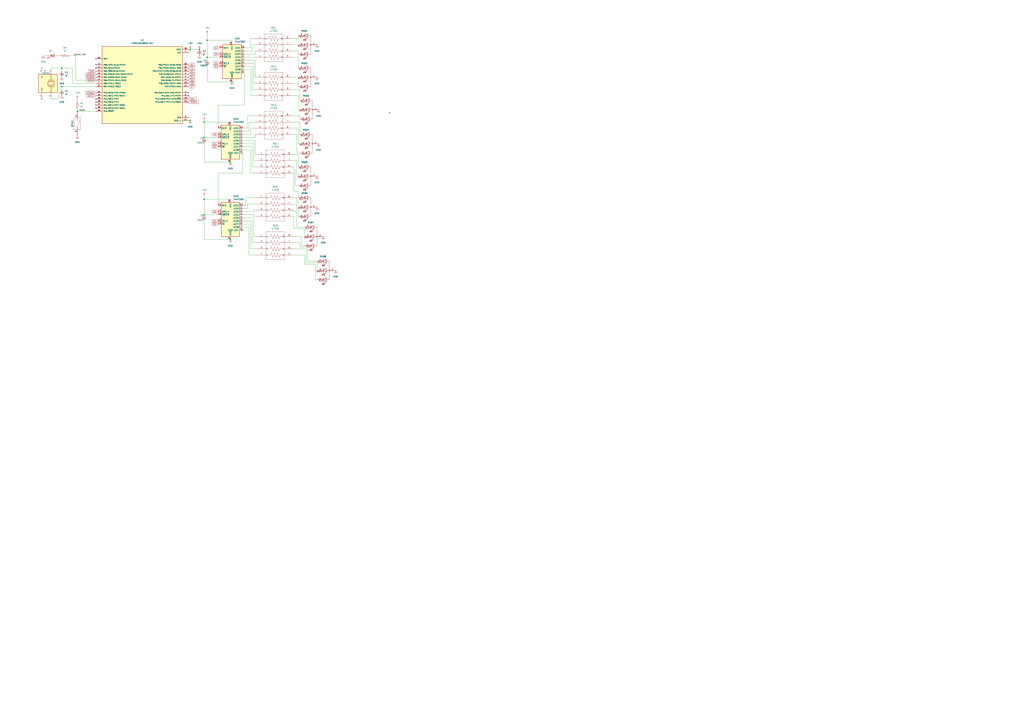
<source format=kicad_sch>
(kicad_sch (version 20250114) (generator "eeschema") (generator_version "9.0")
  (paper "A1")
  (lib_symbols
    (symbol "jdeto:74hc595"
      (property "Reference" "ICO" (at -7.62 13.97 0))
      (property "Value" "74HC595" (at 5.588 13.97 0))
      (symbol "74hc595_1_0"
        (pin input line (at -10.16 10.16 0) (length 2.54) (name "SER") (number "14"))
        (pin input line (at -10.16 5.08 0) (length 2.54) (name "SRCLK") (number "11"))
        (pin input line (at -10.16 2.54 0) (length 2.54) (name "~{SRCLR}") (number "10"))
        (pin input line (at -10.16 -2.54 0) (length 2.54) (name "RCLK") (number "12"))
        (pin input line (at -10.16 -5.08 0) (length 2.54) (name "~{OE}") (number "13"))
        (pin power_in line (at 0 15.24 270) (length 2.54) (name "VCC") (number "16"))
        (pin power_in line (at 0 -17.78 90) (length 2.54) (name "GND") (number "8"))
        (pin tri_state line (at 10.16 10.16 180) (length 2.54) (name "LED1") (number "15"))
        (pin tri_state line (at 10.16 7.62 180) (length 2.54) (name "LED2") (number "1"))
        (pin tri_state line (at 10.16 5.08 180) (length 2.54) (name "LED3") (number "2"))
        (pin tri_state line (at 10.16 2.54 180) (length 2.54) (name "LED4") (number "3"))
        (pin tri_state line (at 10.16 0 180) (length 2.54) (name "LED5") (number "4"))
        (pin tri_state line (at 10.16 -2.54 180) (length 2.54) (name "LED6") (number "5"))
        (pin tri_state line (at 10.16 -5.08 180) (length 2.54) (name "LED7") (number "6"))
        (pin tri_state line (at 10.16 -7.62 180) (length 2.54) (name "LED8") (number "7"))
        (pin output line (at 10.16 -10.16 180) (length 2.54) (name "SER-OUT") (number "9"))
      )
      (symbol "74hc595_1_1"
        (rectangle (start -7.62 12.7) (end 7.62 -15.24) (stroke (width 0.254)) (fill (type background)))
      )
    )
    (symbol "jdeto:ATMEGA328PB-MU" (pin_names (offset 1.016))
      (property "Reference" "U" (at -33.0809 31.1724 0))
      (property "Value" "ATMEGA328PB-MU" (at -33.034 -35.574 0))
      (symbol "ATMEGA328PB-MU_0_0"
        (rectangle (start -33.02 -33.02) (end 33.02 30.48) (stroke (width 0.254)) (fill (type background)))
        (pin input line (at -38.1 20.32 0) (length 5.08) (name "AREF") (number "20"))
        (pin bidirectional line (at -38.1 15.24 0) (length 5.08) (name "PB0/ICP1/CLKO/PTCXY") (number "12"))
        (pin bidirectional line (at -38.1 12.7 0) (length 5.08) (name "PB1/OC1A/PTCXY") (number "13"))
        (pin bidirectional line (at -38.1 10.16 0) (length 5.08) (name "PB2/~{SS0}/OC1B/PTCXY") (number "14"))
        (pin bidirectional line (at -38.1 7.62 0) (length 5.08) (name "PB3/MOSI0/TXD1/OC2A/PTCXY") (number "15"))
        (pin bidirectional line (at -38.1 5.08 0) (length 5.08) (name "PB4/MISO0/RXD1/PTCXY") (number "16"))
        (pin bidirectional line (at -38.1 2.54 0) (length 5.08) (name "PB5/PTCXY/XCK1/SCK0") (number "17"))
        (pin bidirectional line (at -38.1 0 0) (length 5.08) (name "PB6/XTAL1/TOSC1") (number "7"))
        (pin bidirectional line (at -38.1 -2.54 0) (length 5.08) (name "PB7/XTAL2/TOSC2") (number "8"))
        (pin bidirectional line (at -38.1 -7.62 0) (length 5.08) (name "PC0/ADC0/PTCY/MISO1") (number "23"))
        (pin bidirectional line (at -38.1 -10.16 0) (length 5.08) (name "PC1/ADC1/PTCY/SCK1") (number "24"))
        (pin bidirectional line (at -38.1 -12.7 0) (length 5.08) (name "PC2/ADC2/PTCY") (number "25"))
        (pin bidirectional line (at -38.1 -15.24 0) (length 5.08) (name "PC3/ADC3/PTCY") (number "26"))
        (pin bidirectional line (at -38.1 -17.78 0) (length 5.08) (name "PC4/ADC4/PTCY/SDA0") (number "27"))
        (pin bidirectional line (at -38.1 -20.32 0) (length 5.08) (name "PC5/ADC5/PTCY/SCL0") (number "28"))
        (pin bidirectional line (at -38.1 -22.86 0) (length 5.08) (name "PC6/~{RESET}") (number "29"))
        (pin power_in line (at 38.1 27.94 180) (length 5.08) (name "AVCC") (number "18"))
        (pin power_in line (at 38.1 25.4 180) (length 5.08) (name "VCC") (number "4"))
        (pin bidirectional line (at 38.1 15.24 180) (length 5.08) (name "PD0/PTCXY/OC3A/RXD0") (number "30"))
        (pin bidirectional line (at 38.1 12.7 180) (length 5.08) (name "PD1/PTCXY/OC4A/TXD0") (number "31"))
        (pin bidirectional line (at 38.1 10.16 180) (length 5.08) (name "PD2/PTCXY/INT0/OC3B/OC4B") (number "32"))
        (pin bidirectional line (at 38.1 7.62 180) (length 5.08) (name "PD3/OC2B/INT1/PTCXY") (number "1"))
        (pin bidirectional line (at 38.1 5.08 180) (length 5.08) (name "PD4/XCK0/T0/PTCXY") (number "2"))
        (pin bidirectional line (at 38.1 2.54 180) (length 5.08) (name "PD5/OC0B/T1/PTCXY") (number "9"))
        (pin bidirectional line (at 38.1 0 180) (length 5.08) (name "PD6/OC0A/PTCXY/AIN0") (number "10"))
        (pin bidirectional line (at 38.1 -2.54 180) (length 5.08) (name "PD7/PTCXY/AIN1") (number "11"))
        (pin bidirectional line (at 38.1 -7.62 180) (length 5.08) (name "PE0/SDA1/ICP4/ACO/PTCXY") (number "3"))
        (pin bidirectional line (at 38.1 -10.16 180) (length 5.08) (name "PE1/SCL1/T4/PTCXY") (number "6"))
        (pin bidirectional line (at 38.1 -12.7 180) (length 5.08) (name "PE2/ADC6/PTCY/ICP3/~{SS1}") (number "19"))
        (pin bidirectional line (at 38.1 -15.24 180) (length 5.08) (name "PE3/ADC7/PTCY/T3/MOSI1") (number "22"))
        (pin power_in line (at 38.1 -27.94 180) (length 5.08) (name "GND") (number "5"))
        (pin power_in line (at 38.1 -30.48 180) (length 5.08) (name "GND__1") (number "21"))
      )
    )
    (symbol "jdeto:BTN_R-667995" (pin_names (offset 0.254))
      (property "Reference" "BTN" (at -3.302 3.81 0))
      (symbol "BTN_R-667995_0_1"
        (polyline (pts (xy -5.08 2.54) (xy -5.08 -2.54)) (stroke (width 0.127)))
        (polyline (pts (xy -5.08 -2.54) (xy 5.08 -2.54)) (stroke (width 0.127)))
        (polyline (pts (xy 2.54 0) (xy -2.54 1.905)) (stroke (width 0.127)))
        (polyline (pts (xy 5.08 2.54) (xy -5.08 2.54)) (stroke (width 0.127)))
        (polyline (pts (xy 5.08 -2.54) (xy 5.08 2.54)) (stroke (width 0.127)))
      )
      (symbol "BTN_R-667995_1_1"
        (pin bidirectional line (at -10.16 0 0) (length 7.62) (name "") (number "1"))
        (pin bidirectional line (at 10.16 0 180) (length 7.62) (name "") (number "2"))
      )
    )
    (symbol "jdeto:CX2016DB16000D0WZRC1" (pin_names (offset 1.016))
      (property "Reference" "Y" (at -7.62 8.255 0))
      (property "Value" "16mhz" (at -7.62 -10.16 0))
      (symbol "CX2016DB16000D0WZRC1_0_0"
        (polyline (pts (xy -7.62 2.54) (xy -2.54 2.54)) (stroke (width 0.254)))
        (rectangle (start -7.62 -7.62) (end 7.62 7.62) (stroke (width 0.254)) (fill (type background)))
        (polyline (pts (xy -2.54 5.08) (xy -2.54 0)) (stroke (width 0.254)))
        (polyline (pts (xy -1.397 5.08) (xy -1.397 0)) (stroke (width 0.254)))
        (polyline (pts (xy -1.397 5.08) (xy 1.397 5.08)) (stroke (width 0.254)))
        (polyline (pts (xy 1.397 5.08) (xy 1.397 0)) (stroke (width 0.254)))
        (polyline (pts (xy 1.397 0) (xy -1.397 0)) (stroke (width 0.254)))
        (polyline (pts (xy 2.54 5.08) (xy 2.54 0)) (stroke (width 0.254)))
        (polyline (pts (xy 2.54 2.54) (xy 7.62 2.54)) (stroke (width 0.254)))
        (pin passive line (at -12.7 2.54 0) (length 5.08) (name "~") (number "1"))
        (pin no_connect line (at -12.7 -5.08 0) (length 5.08) (name "NC") (number "4"))
        (pin passive line (at 12.7 2.54 180) (length 5.08) (name "~") (number "3"))
        (pin power_in line (at 12.7 -5.08 180) (length 5.08) (name "GND") (number "2"))
      )
    )
    (symbol "jdeto:C_ceram" (pin_numbers (hide yes)) (pin_names (offset 0.254) (hide yes))
      (property "Reference" "C" (at 0.254 1.778 0))
      (property "Value" "nf" (at 0.254 -2.032 0))
      (symbol "C_ceram_0_1"
        (polyline (pts (xy -1.524 0.508) (xy 1.524 0.508)) (stroke (width 0.3048)))
        (polyline (pts (xy -1.524 -0.508) (xy 1.524 -0.508)) (stroke (width 0.3302)))
      )
      (symbol "C_ceram_1_1"
        (pin passive line (at 0 2.54 270) (length 2.032) (name "~") (number "1"))
        (pin passive line (at 0 -2.54 90) (length 2.032) (name "~") (number "2"))
      )
    )
    (symbol "jdeto:C_elec" (pin_numbers (hide yes)) (pin_names (offset 0.254) (hide yes))
      (property "Reference" "C" (at 0.254 1.778 0))
      (property "Value" "pf" (at 0.254 -2.032 0))
      (symbol "C_elec_0_1"
        (polyline (pts (xy -1.524 0.508) (xy 1.524 0.508)) (stroke (width 0.3048)))
        (arc (start -1.524 -0.762) (mid 0 -0.3734) (end 1.524 -0.762) (stroke (width 0.3048)))
      )
      (symbol "C_elec_1_1"
        (pin passive line (at 0 2.54 270) (length 2.032) (name "~") (number "1"))
        (pin passive line (at 0 -2.54 90) (length 2.032) (name "~") (number "2"))
      )
    )
    (symbol "jdeto:EXB28V472JX" (pin_names (offset 0.254))
      (property "Reference" "RA" (at 15.24 8.89 0))
      (property "Value" "470Ω" (at 15.24 6.35 0))
      (symbol "EXB28V472JX_0_1"
        (polyline (pts (xy 7.62 3.81) (xy 7.62 -19.05)) (stroke (width 0.127)))
        (polyline (pts (xy 7.62 -19.05) (xy 22.86 -19.05)) (stroke (width 0.127)))
        (polyline (pts (xy 11.43 0) (xy 7.62 0)) (stroke (width 0.127)))
        (polyline (pts (xy 11.43 0) (xy 12.065 1.905)) (stroke (width 0.127)))
        (polyline (pts (xy 11.43 -5.08) (xy 7.62 -5.08)) (stroke (width 0.127)))
        (polyline (pts (xy 11.43 -5.08) (xy 12.065 -3.175)) (stroke (width 0.127)))
        (polyline (pts (xy 11.43 -10.16) (xy 7.62 -10.16)) (stroke (width 0.127)))
        (polyline (pts (xy 11.43 -10.16) (xy 12.065 -8.255)) (stroke (width 0.127)))
        (polyline (pts (xy 11.43 -15.24) (xy 7.62 -15.24)) (stroke (width 0.127)))
        (polyline (pts (xy 11.43 -15.24) (xy 12.065 -13.335)) (stroke (width 0.127)))
        (polyline (pts (xy 12.065 1.905) (xy 13.335 -1.905)) (stroke (width 0.127)))
        (polyline (pts (xy 12.065 -3.175) (xy 13.335 -6.985)) (stroke (width 0.127)))
        (polyline (pts (xy 12.065 -8.255) (xy 13.335 -12.065)) (stroke (width 0.127)))
        (polyline (pts (xy 12.065 -13.335) (xy 13.335 -17.145)) (stroke (width 0.127)))
        (polyline (pts (xy 13.335 -1.905) (xy 14.605 1.905)) (stroke (width 0.127)))
        (polyline (pts (xy 13.335 -6.985) (xy 14.605 -3.175)) (stroke (width 0.127)))
        (polyline (pts (xy 13.335 -12.065) (xy 14.605 -8.255)) (stroke (width 0.127)))
        (polyline (pts (xy 13.335 -17.145) (xy 14.605 -13.335)) (stroke (width 0.127)))
        (polyline (pts (xy 14.605 1.905) (xy 15.875 -1.905)) (stroke (width 0.127)))
        (polyline (pts (xy 14.605 -3.175) (xy 15.875 -6.985)) (stroke (width 0.127)))
        (polyline (pts (xy 14.605 -8.255) (xy 15.875 -12.065)) (stroke (width 0.127)))
        (polyline (pts (xy 14.605 -13.335) (xy 15.875 -17.145)) (stroke (width 0.127)))
        (polyline (pts (xy 15.875 -1.905) (xy 17.145 1.905)) (stroke (width 0.127)))
        (polyline (pts (xy 15.875 -6.985) (xy 17.145 -3.175)) (stroke (width 0.127)))
        (polyline (pts (xy 15.875 -12.065) (xy 17.145 -8.255)) (stroke (width 0.127)))
        (polyline (pts (xy 15.875 -17.145) (xy 17.145 -13.335)) (stroke (width 0.127)))
        (polyline (pts (xy 17.145 1.905) (xy 18.415 -1.905)) (stroke (width 0.127)))
        (polyline (pts (xy 17.145 -3.175) (xy 18.415 -6.985)) (stroke (width 0.127)))
        (polyline (pts (xy 17.145 -8.255) (xy 18.415 -12.065)) (stroke (width 0.127)))
        (polyline (pts (xy 17.145 -13.335) (xy 18.415 -17.145)) (stroke (width 0.127)))
        (polyline (pts (xy 18.415 -1.905) (xy 19.05 0)) (stroke (width 0.127)))
        (polyline (pts (xy 18.415 -6.985) (xy 19.05 -5.08)) (stroke (width 0.127)))
        (polyline (pts (xy 18.415 -12.065) (xy 19.05 -10.16)) (stroke (width 0.127)))
        (polyline (pts (xy 18.415 -17.145) (xy 19.05 -15.24)) (stroke (width 0.127)))
        (polyline (pts (xy 19.05 0) (xy 22.86 0)) (stroke (width 0.127)))
        (polyline (pts (xy 19.05 -5.08) (xy 22.86 -5.08)) (stroke (width 0.127)))
        (polyline (pts (xy 19.05 -10.16) (xy 22.86 -10.16)) (stroke (width 0.127)))
        (polyline (pts (xy 19.05 -15.24) (xy 22.86 -15.24)) (stroke (width 0.127)))
        (polyline (pts (xy 22.86 3.81) (xy 7.62 3.81)) (stroke (width 0.127)))
        (polyline (pts (xy 22.86 -19.05) (xy 22.86 3.81)) (stroke (width 0.127)))
        (pin unspecified line (at 0 0 0) (length 7.62) (name "1") (number "1"))
        (pin unspecified line (at 0 -5.08 0) (length 7.62) (name "2") (number "2"))
        (pin unspecified line (at 0 -10.16 0) (length 7.62) (name "3") (number "3"))
        (pin unspecified line (at 0 -15.24 0) (length 7.62) (name "4") (number "4"))
        (pin unspecified line (at 30.48 0 180) (length 7.62) (name "8") (number "8"))
        (pin unspecified line (at 30.48 -5.08 180) (length 7.62) (name "7") (number "7"))
        (pin unspecified line (at 30.48 -10.16 180) (length 7.62) (name "6") (number "6"))
        (pin unspecified line (at 30.48 -15.24 180) (length 7.62) (name "5") (number "5"))
      )
    )
    (symbol "jdeto:R_US" (pin_numbers (hide yes)) (pin_names (offset 0))
      (property "Reference" "R" (at 2.54 0 90))
      (property "Value" "Ω" (at -2.54 0 90))
      (symbol "R_US_0_1"
        (polyline (pts (xy 0 2.286) (xy 0 2.54)))
        (polyline (pts (xy 0 2.286) (xy 1.016 1.905) (xy 0 1.524) (xy -1.016 1.143) (xy 0 0.762)))
        (polyline (pts (xy 0 0.762) (xy 1.016 0.381) (xy 0 0) (xy -1.016 -0.381) (xy 0 -0.762)))
        (polyline (pts (xy 0 -0.762) (xy 1.016 -1.143) (xy 0 -1.524) (xy -1.016 -1.905) (xy 0 -2.286)))
        (polyline (pts (xy 0 -2.286) (xy 0 -2.54)))
      )
      (symbol "R_US_1_1"
        (pin passive line (at 0 3.81 270) (length 1.27) (name "~") (number "1"))
        (pin passive line (at 0 -3.81 90) (length 1.27) (name "~") (number "2"))
      )
    )
    (symbol "jdeto:led_rgb_2x2" (pin_names (offset 1.016))
      (property "Reference" "RGB" (at -8.382 1.778 0))
      (symbol "led_rgb_2x2_0_0"
        (polyline (pts (xy -2.54 7.62) (xy -2.54 -7.62)) (stroke (width 0.1524)))
        (circle (center -2.54 0) (radius 0.2032) (stroke (width 0.4064)))
        (polyline (pts (xy 0 9.144) (xy 0 7.62)) (stroke (width 0.254)))
        (polyline (pts (xy 0 7.62) (xy -2.54 7.62)) (stroke (width 0.1524)))
        (polyline (pts (xy 0 7.62) (xy 0 6.096)) (stroke (width 0.254)))
        (polyline (pts (xy 0 6.096) (xy 2.54 7.62)) (stroke (width 0.254)))
        (polyline (pts (xy 0 1.524) (xy 0 0)) (stroke (width 0.254)))
        (polyline (pts (xy 0 0) (xy -2.54 0)) (stroke (width 0.1524)))
        (polyline (pts (xy 0 0) (xy 0 -1.524)) (stroke (width 0.254)))
        (polyline (pts (xy 0 -1.524) (xy 2.54 0)) (stroke (width 0.254)))
        (polyline (pts (xy 0 -6.096) (xy 0 -7.62)) (stroke (width 0.254)))
        (polyline (pts (xy 0 -7.62) (xy -2.54 -7.62)) (stroke (width 0.1524)))
        (polyline (pts (xy 0 -7.62) (xy 0 -9.144)) (stroke (width 0.254)))
        (polyline (pts (xy 0 -9.144) (xy 2.54 -7.62)) (stroke (width 0.254)))
        (polyline (pts (xy 1.397 11.303) (xy 1.9685 10.795) (xy 2.3495 11.811) (xy 1.397 11.303)) (stroke (width 0.1524)) (fill (type outline)))
        (polyline (pts (xy 1.397 3.683) (xy 1.9685 3.175) (xy 2.3495 4.191) (xy 1.397 3.683)) (stroke (width 0.1524)) (fill (type outline)))
        (polyline (pts (xy 1.397 -3.937) (xy 1.9685 -4.445) (xy 2.3495 -3.429) (xy 1.397 -3.937)) (stroke (width 0.1524)) (fill (type outline)))
        (polyline (pts (xy 2.1844 11.6586) (xy 0.4064 9.6266)) (stroke (width 0.254)))
        (polyline (pts (xy 2.1844 4.0386) (xy 0.4064 2.0066)) (stroke (width 0.254)))
        (polyline (pts (xy 2.1844 -3.5814) (xy 0.4064 -5.6134)) (stroke (width 0.254)))
        (polyline (pts (xy 2.54 9.144) (xy 2.54 7.62)) (stroke (width 0.254)))
        (polyline (pts (xy 2.54 7.62) (xy 0 9.144)) (stroke (width 0.254)))
        (polyline (pts (xy 2.54 7.62) (xy 2.54 6.096)) (stroke (width 0.254)))
        (polyline (pts (xy 2.54 1.524) (xy 2.54 0)) (stroke (width 0.254)))
        (polyline (pts (xy 2.54 0) (xy 0 1.524)) (stroke (width 0.254)))
        (polyline (pts (xy 2.54 0) (xy 2.54 -1.524)) (stroke (width 0.254)))
        (polyline (pts (xy 2.54 -6.096) (xy 2.54 -7.62)) (stroke (width 0.254)))
        (polyline (pts (xy 2.54 -7.62) (xy 0 -6.096)) (stroke (width 0.254)))
        (polyline (pts (xy 2.54 -7.62) (xy 2.54 -9.144)) (stroke (width 0.254)))
        (polyline (pts (xy 2.667 11.2395) (xy 3.2385 10.7315) (xy 3.6195 11.811) (xy 2.667 11.2395)) (stroke (width 0.1524)) (fill (type outline)))
        (polyline (pts (xy 2.667 3.6195) (xy 3.2385 3.1115) (xy 3.6195 4.191) (xy 2.667 3.6195)) (stroke (width 0.1524)) (fill (type outline)))
        (polyline (pts (xy 2.667 -4.0005) (xy 3.2385 -4.5085) (xy 3.6195 -3.429) (xy 2.667 -4.0005)) (stroke (width 0.1524)) (fill (type outline)))
        (polyline (pts (xy 3.429 11.557) (xy 1.651 9.525)) (stroke (width 0.254)))
        (polyline (pts (xy 3.429 3.937) (xy 1.651 1.905)) (stroke (width 0.254)))
        (polyline (pts (xy 3.429 -3.683) (xy 1.651 -5.715)) (stroke (width 0.254)))
        (text "RED" (at 3.048 9.144 0) (effects (font (size 1.016 1.016)) (justify left bottom)))
        (text "GREEN" (at 3.048 1.524 0) (effects (font (size 1.016 1.016)) (justify left bottom)))
        (text "BLUE" (at 3.048 -6.096 0) (effects (font (size 1.016 1.016)) (justify left bottom)))
        (pin passive line (at -7.62 0 0) (length 5.08) (name "~") (number "1"))
        (pin passive line (at 7.62 7.62 180) (length 5.08) (name "~") (number "4"))
        (pin passive line (at 7.62 0 180) (length 5.08) (name "~") (number "3"))
        (pin passive line (at 7.62 -7.62 180) (length 5.08) (name "~") (number "2"))
      )
    )
    (symbol "jdeto:led_small" (pin_numbers (hide yes)) (pin_names (offset 1.016) (hide yes))
      (property "Reference" "D" (at 0 2.54 0))
      (symbol "led_small_0_1"
        (polyline (pts (xy -3.048 -0.762) (xy -4.572 -2.286) (xy -3.81 -2.286) (xy -4.572 -2.286) (xy -4.572 -1.524)))
        (polyline (pts (xy -1.778 -0.762) (xy -3.302 -2.286) (xy -2.54 -2.286) (xy -3.302 -2.286) (xy -3.302 -1.524)))
        (polyline (pts (xy -1.27 0) (xy 1.27 0)))
        (polyline (pts (xy -1.27 -1.27) (xy -1.27 1.27)) (stroke (width 0.254)))
        (polyline (pts (xy 1.27 -1.27) (xy 1.27 1.27) (xy -1.27 0) (xy 1.27 -1.27)) (stroke (width 0.254)))
      )
      (symbol "led_small_1_1"
        (pin passive line (at -3.81 0 0) (length 2.54) (name "K") (number "1"))
        (pin passive line (at 3.81 0 180) (length 2.54) (name "A") (number "2"))
      )
    )
    (symbol "power:+5V" (power) (pin_numbers (hide yes)) (pin_names (offset 0) (hide yes))
      (property "Value" "+5V" (at 0 3.556 0))
      (symbol "+5V_0_1"
        (polyline (pts (xy -0.762 1.27) (xy 0 2.54)))
        (polyline (pts (xy 0 2.54) (xy 0.762 1.27)))
        (polyline (pts (xy 0 0) (xy 0 2.54)))
      )
      (symbol "+5V_1_1"
        (pin power_in line (at 0 0 90) (length 0) (name "~") (number "1"))
      )
    )
    (symbol "power:GND" (power) (pin_numbers (hide yes)) (pin_names (offset 0) (hide yes))
      (property "Value" "GND" (at 0 -3.81 0))
      (symbol "GND_0_1"
        (polyline (pts (xy 0 0) (xy 0 -1.27) (xy 1.27 -1.27) (xy 0 -2.54) (xy -1.27 -1.27) (xy 0 -1.27)))
      )
      (symbol "GND_1_1"
        (pin power_in line (at 0 0 270) (length 0) (name "~") (number "1"))
      )
    )
  )
  (junction (at 189.23 196.85))
  (junction (at 167.64 163.83))
  (junction (at 156.21 99.06))
  (junction (at 63.5 91.44))
  (junction (at 170.18 33.02))
  (junction (at 163.83 40.64))
  (junction (at 167.64 100.33))
  (junction (at 50.8 55.88))
  (junction (at 167.64 113.03))
  (junction (at 167.64 176.53))
  (junction (at 170.18 46.99))
  (junction (at 156.21 40.64))
  (junction (at 189.23 133.35))
  (junction (at 190.5 67.31))
  (junction (at 50.8 71.12))
  (no_connect (at 78.74 48.26))
  (no_connect (at 78.74 53.34))
  (no_connect (at 154.94 78.74))
  (no_connect (at 78.74 55.88))
  (no_connect (at 78.74 83.82))
  (no_connect (at 78.74 81.28))
  (no_connect (at 199.39 189.23))
  (no_connect (at 78.74 86.36))
  (no_connect (at 34.29 81.28))
  (no_connect (at 320.04 92.71))
  (no_connect (at 78.74 88.9))
  (no_connect (at 154.94 76.2))
  (wire (pts (xy 241.3 199.39) (xy 246.38 199.39)))
  (wire (pts (xy 240.03 100.33) (xy 246.38 100.33)))
  (wire (pts (xy 245.11 157.48) (xy 245.11 162.56)))
  (wire (pts (xy 245.11 41.91) (xy 245.11 44.45)))
  (wire (pts (xy 208.28 179.07) (xy 208.28 194.31)))
  (wire (pts (xy 243.84 132.08) (xy 243.84 143.51)))
  (wire (pts (xy 156.21 40.64) (xy 154.94 40.64)))
  (wire (pts (xy 207.01 137.16) (xy 210.82 137.16)))
  (wire (pts (xy 241.3 177.8) (xy 241.3 187.96)))
  (wire (pts (xy 50.8 58.42) (xy 50.8 55.88)))
  (wire (pts (xy 209.55 113.03) (xy 209.55 110.49)))
  (wire (pts (xy 48.26 81.28) (xy 41.91 81.28)))
  (wire (pts (xy 207.01 54.61) (xy 207.01 73.66)))
  (wire (pts (xy 241.3 194.31) (xy 247.65 194.31)))
  (wire (pts (xy 62.23 66.04) (xy 78.74 66.04)))
  (wire (pts (xy 167.64 161.29) (xy 167.64 163.83)))
  (wire (pts (xy 241.3 209.55) (xy 250.19 209.55)))
  (wire (pts (xy 240.03 68.58) (xy 245.11 68.58)))
  (wire (pts (xy 245.11 90.17) (xy 246.38 90.17)))
  (wire (pts (xy 199.39 186.69) (xy 204.47 186.69)))
  (wire (pts (xy 243.84 110.49) (xy 243.84 125.73)))
  (wire (pts (xy 245.11 172.72) (xy 245.11 177.8)))
  (wire (pts (xy 240.03 73.66) (xy 246.38 73.66)))
  (wire (pts (xy 246.38 95.25) (xy 246.38 97.79)))
  (wire (pts (xy 241.3 142.24) (xy 241.3 157.48)))
  (wire (pts (xy 57.15 45.72) (xy 62.23 45.72)))
  (wire (pts (xy 200.66 59.69) (xy 200.66 86.36)))
  (wire (pts (xy 201.93 162.56) (xy 210.82 162.56)))
  (wire (pts (xy 245.11 127) (xy 245.11 137.16)))
  (wire (pts (xy 250.19 187.96) (xy 250.19 194.31)))
  (wire (pts (xy 154.94 96.52) (xy 156.21 96.52)))
  (wire (pts (xy 203.2 167.64) (xy 210.82 167.64)))
  (wire (pts (xy 50.8 71.12) (xy 78.74 71.12)))
  (wire (pts (xy 46.99 45.72) (xy 49.53 45.72)))
  (wire (pts (xy 207.01 199.39) (xy 210.82 199.39)))
  (wire (pts (xy 241.3 172.72) (xy 241.3 173.99)))
  (wire (pts (xy 246.38 199.39) (xy 246.38 203.2)))
  (wire (pts (xy 205.74 204.47) (xy 210.82 204.47)))
  (wire (pts (xy 199.39 184.15) (xy 205.74 184.15)))
  (wire (pts (xy 170.18 33.02) (xy 170.18 46.99)))
  (wire (pts (xy 167.64 118.11) (xy 167.64 133.35)))
  (wire (pts (xy 199.39 176.53) (xy 208.28 176.53)))
  (wire (pts (xy 200.66 52.07) (xy 208.28 52.07)))
  (wire (pts (xy 167.64 163.83) (xy 189.23 163.83)))
  (wire (pts (xy 154.94 43.18) (xy 156.21 43.18)))
  (wire (pts (xy 207.01 36.83) (xy 209.55 36.83)))
  (wire (pts (xy 240.03 41.91) (xy 245.11 41.91)))
  (wire (pts (xy 242.57 152.4) (xy 245.11 152.4)))
  (wire (pts (xy 200.66 54.61) (xy 207.01 54.61)))
  (wire (pts (xy 241.3 167.64) (xy 243.84 167.64)))
  (wire (pts (xy 63.5 90.17) (xy 63.5 91.44)))
  (wire (pts (xy 205.74 105.41) (xy 209.55 105.41)))
  (wire (pts (xy 245.11 105.41) (xy 245.11 118.11)))
  (wire (pts (xy 243.84 166.37) (xy 245.11 166.37)))
  (wire (pts (xy 243.84 162.56) (xy 243.84 166.37)))
  (wire (pts (xy 252.73 203.2) (xy 252.73 214.63)))
  (wire (pts (xy 208.28 132.08) (xy 210.82 132.08)))
  (wire (pts (xy 203.2 105.41) (xy 203.2 95.25)))
  (wire (pts (xy 240.03 78.74) (xy 245.11 78.74)))
  (wire (pts (xy 200.66 57.15) (xy 205.74 57.15)))
  (wire (pts (xy 204.47 209.55) (xy 210.82 209.55)))
  (wire (pts (xy 199.39 125.73) (xy 199.39 142.24)))
  (wire (pts (xy 63.5 81.28) (xy 63.5 82.55)))
  (wire (pts (xy 205.74 184.15) (xy 205.74 204.47)))
  (wire (pts (xy 201.93 168.91) (xy 201.93 162.56)))
  (wire (pts (xy 167.64 100.33) (xy 167.64 113.03)))
  (wire (pts (xy 241.3 204.47) (xy 251.46 204.47)))
  (wire (pts (xy 205.74 110.49) (xy 205.74 105.41)))
  (wire (pts (xy 207.01 120.65) (xy 207.01 137.16)))
  (wire (pts (xy 199.39 110.49) (xy 205.74 110.49)))
  (wire (pts (xy 200.66 39.37) (xy 205.74 39.37)))
  (wire (pts (xy 204.47 100.33) (xy 209.55 100.33)))
  (wire (pts (xy 59.69 68.58) (xy 59.69 55.88)))
  (wire (pts (xy 259.08 229.87) (xy 260.35 229.87)))
  (wire (pts (xy 50.8 55.88) (xy 59.69 55.88)))
  (wire (pts (xy 167.64 196.85) (xy 167.64 181.61)))
  (wire (pts (xy 247.65 194.31) (xy 247.65 201.93)))
  (wire (pts (xy 203.2 171.45) (xy 203.2 167.64)))
  (wire (pts (xy 208.28 172.72) (xy 210.82 172.72)))
  (wire (pts (xy 242.57 139.7) (xy 242.57 152.4)))
  (wire (pts (xy 179.07 86.36) (xy 179.07 105.41)))
  (wire (pts (xy 200.66 44.45) (xy 209.55 44.45)))
  (wire (pts (xy 63.5 91.44) (xy 78.74 91.44)))
  (wire (pts (xy 208.28 52.07) (xy 208.28 68.58)))
  (wire (pts (xy 200.66 86.36) (xy 179.07 86.36)))
  (wire (pts (xy 199.39 118.11) (xy 208.28 118.11)))
  (wire (pts (xy 241.3 173.99) (xy 243.84 173.99)))
  (wire (pts (xy 167.64 176.53) (xy 179.07 176.53)))
  (wire (pts (xy 170.18 33.02) (xy 170.18 27.94)))
  (wire (pts (xy 199.39 171.45) (xy 203.2 171.45)))
  (wire (pts (xy 260.35 215.9) (xy 260.35 222.25)))
  (wire (pts (xy 199.39 123.19) (xy 205.74 123.19)))
  (wire (pts (xy 243.84 167.64) (xy 243.84 172.72)))
  (wire (pts (xy 78.74 68.58) (xy 59.69 68.58)))
  (wire (pts (xy 209.55 127) (xy 209.55 115.57)))
  (wire (pts (xy 208.28 68.58) (xy 209.55 68.58)))
  (wire (pts (xy 205.74 78.74) (xy 209.55 78.74)))
  (wire (pts (xy 156.21 40.64) (xy 156.21 43.18)))
  (wire (pts (xy 156.21 99.06) (xy 154.94 99.06)))
  (wire (pts (xy 199.39 173.99) (xy 208.28 173.99)))
  (wire (pts (xy 209.55 44.45) (xy 209.55 41.91)))
  (wire (pts (xy 259.08 217.17) (xy 259.08 229.87)))
  (wire (pts (xy 208.28 118.11) (xy 208.28 132.08)))
  (wire (pts (xy 241.3 127) (xy 245.11 127)))
  (wire (pts (xy 205.74 57.15) (xy 205.74 78.74)))
  (wire (pts (xy 35.56 45.72) (xy 39.37 45.72)))
  (wire (pts (xy 204.47 107.95) (xy 204.47 100.33)))
  (wire (pts (xy 179.07 142.24) (xy 179.07 168.91)))
  (wire (pts (xy 207.01 181.61) (xy 207.01 199.39)))
  (wire (pts (xy 246.38 203.2) (xy 252.73 203.2)))
  (wire (pts (xy 200.66 46.99) (xy 209.55 46.99)))
  (wire (pts (xy 205.74 123.19) (xy 205.74 142.24)))
  (wire (pts (xy 209.55 49.53) (xy 209.55 63.5)))
  (wire (pts (xy 241.3 132.08) (xy 243.84 132.08)))
  (wire (pts (xy 199.39 120.65) (xy 207.01 120.65)))
  (wire (pts (xy 170.18 67.31) (xy 190.5 67.31)))
  (wire (pts (xy 241.3 162.56) (xy 243.84 162.56)))
  (wire (pts (xy 48.26 71.12) (xy 48.26 81.28)))
  (wire (pts (xy 208.28 177.8) (xy 210.82 177.8)))
  (wire (pts (xy 190.5 33.02) (xy 170.18 33.02)))
  (wire (pts (xy 156.21 96.52) (xy 156.21 99.06)))
  (wire (pts (xy 245.11 68.58) (xy 245.11 71.12)))
  (wire (pts (xy 170.18 54.61) (xy 170.18 67.31)))
  (wire (pts (xy 251.46 204.47) (xy 251.46 215.9)))
  (wire (pts (xy 170.18 46.99) (xy 180.34 46.99)))
  (wire (pts (xy 245.11 31.75) (xy 245.11 29.21)))
  (wire (pts (xy 209.55 115.57) (xy 199.39 115.57)))
  (wire (pts (xy 208.28 173.99) (xy 208.28 172.72)))
  (wire (pts (xy 246.38 73.66) (xy 246.38 82.55)))
  (wire (pts (xy 245.11 143.51) (xy 245.11 144.78)))
  (wire (pts (xy 199.39 107.95) (xy 204.47 107.95)))
  (wire (pts (xy 50.8 71.12) (xy 48.26 71.12)))
  (wire (pts (xy 167.64 99.06) (xy 167.64 100.33)))
  (wire (pts (xy 167.64 100.33) (xy 189.23 100.33)))
  (wire (pts (xy 50.8 55.88) (xy 41.91 55.88)))
  (wire (pts (xy 190.5 34.29) (xy 190.5 33.02)))
  (wire (pts (xy 245.11 46.99) (xy 245.11 55.88)))
  (wire (pts (xy 167.64 133.35) (xy 189.23 133.35)))
  (wire (pts (xy 250.19 209.55) (xy 250.19 217.17)))
  (wire (pts (xy 243.84 125.73) (xy 246.38 125.73)))
  (wire (pts (xy 240.03 31.75) (xy 245.11 31.75)))
  (wire (pts (xy 250.19 217.17) (xy 259.08 217.17)))
  (wire (pts (xy 203.2 95.25) (xy 209.55 95.25)))
  (wire (pts (xy 207.01 73.66) (xy 209.55 73.66)))
  (wire (pts (xy 246.38 100.33) (xy 246.38 110.49)))
  (wire (pts (xy 240.03 46.99) (xy 245.11 46.99)))
  (wire (pts (xy 200.66 41.91) (xy 207.01 41.91)))
  (wire (pts (xy 243.84 186.69) (xy 250.19 186.69)))
  (wire (pts (xy 243.84 143.51) (xy 245.11 143.51)))
  (wire (pts (xy 199.39 113.03) (xy 209.55 113.03)))
  (wire (pts (xy 167.64 163.83) (xy 167.64 176.53)))
  (wire (pts (xy 205.74 142.24) (xy 210.82 142.24)))
  (wire (pts (xy 208.28 194.31) (xy 210.82 194.31)))
  (wire (pts (xy 240.03 36.83) (xy 245.11 36.83)))
  (wire (pts (xy 199.39 168.91) (xy 201.93 168.91)))
  (wire (pts (xy 245.11 78.74) (xy 245.11 90.17)))
  (wire (pts (xy 251.46 215.9) (xy 260.35 215.9)))
  (wire (pts (xy 247.65 201.93) (xy 250.19 201.93)))
  (wire (pts (xy 200.66 49.53) (xy 209.55 49.53)))
  (wire (pts (xy 204.47 186.69) (xy 204.47 209.55)))
  (wire (pts (xy 243.84 172.72) (xy 245.11 172.72)))
  (wire (pts (xy 245.11 118.11) (xy 246.38 118.11)))
  (wire (pts (xy 205.74 31.75) (xy 209.55 31.75)))
  (wire (pts (xy 252.73 214.63) (xy 260.35 214.63)))
  (wire (pts (xy 189.23 196.85) (xy 167.64 196.85)))
  (wire (pts (xy 156.21 40.64) (xy 163.83 40.64)))
  (wire (pts (xy 241.3 157.48) (xy 245.11 157.48)))
  (wire (pts (xy 207.01 41.91) (xy 207.01 36.83)))
  (wire (pts (xy 199.39 142.24) (xy 179.07 142.24)))
  (wire (pts (xy 240.03 95.25) (xy 246.38 95.25)))
  (wire (pts (xy 243.84 173.99) (xy 243.84 186.69)))
  (wire (pts (xy 199.39 105.41) (xy 203.2 105.41)))
  (wire (pts (xy 245.11 166.37) (xy 245.11 170.18)))
  (wire (pts (xy 170.18 46.99) (xy 170.18 49.53)))
  (wire (pts (xy 205.74 39.37) (xy 205.74 31.75)))
  (wire (pts (xy 199.39 179.07) (xy 208.28 179.07)))
  (wire (pts (xy 167.64 113.03) (xy 179.07 113.03)))
  (wire (pts (xy 210.82 127) (xy 209.55 127)))
  (wire (pts (xy 240.03 105.41) (xy 245.11 105.41)))
  (wire (pts (xy 241.3 139.7) (xy 242.57 139.7)))
  (wire (pts (xy 62.23 45.72) (xy 62.23 66.04)))
  (wire (pts (xy 241.3 187.96) (xy 250.19 187.96)))
  (wire (pts (xy 199.39 181.61) (xy 207.01 181.61)))
  (wire (pts (xy 241.3 137.16) (xy 241.3 139.7)))
  (wire (pts (xy 50.8 71.12) (xy 50.8 73.66)))
  (wire (pts (xy 208.28 176.53) (xy 208.28 177.8)))
  (wire (pts (xy 240.03 110.49) (xy 243.84 110.49)))
  (wire (pts (xy 240.03 63.5) (xy 245.11 63.5)))
  (label "power_led" (at 60.96 45.72 0))
  (label "reset" (at 64.77 91.44 0))
  (global_label "D4" (shape input) (at 179.07 181.61 180) (property "Intersheetrefs" "${INTERSHEET_REFS}" (effects (hide yes))))
  (global_label "MISO0" (shape input) (at 78.74 63.5 180) (property "Intersheetrefs" "${INTERSHEET_REFS}" (effects (hide yes))))
  (global_label "MOSI1" (shape input) (at 154.94 83.82 0) (property "Intersheetrefs" "${INTERSHEET_REFS}" (effects (hide yes))))
  (global_label "SS0" (shape input) (at 78.74 58.42 180) (property "Intersheetrefs" "${INTERSHEET_REFS}" (effects (hide yes))))
  (global_label "D7" (shape input) (at 154.94 71.12 0) (property "Intersheetrefs" "${INTERSHEET_REFS}" (effects (hide yes))))
  (global_label "D3" (shape input) (at 154.94 60.96 0) (property "Intersheetrefs" "${INTERSHEET_REFS}" (effects (hide yes))))
  (global_label "MISO1" (shape input) (at 78.74 76.2 180) (property "Intersheetrefs" "${INTERSHEET_REFS}" (effects (hide yes))))
  (global_label "RX" (shape input) (at 154.94 53.34 0) (property "Intersheetrefs" "${INTERSHEET_REFS}" (effects (hide yes))))
  (global_label "D5" (shape input) (at 179.07 173.99 180) (property "Intersheetrefs" "${INTERSHEET_REFS}" (effects (hide yes))))
  (global_label "D6" (shape input) (at 154.94 68.58 0) (property "Intersheetrefs" "${INTERSHEET_REFS}" (effects (hide yes))))
  (global_label "D5" (shape input) (at 180.34 44.45 180) (property "Intersheetrefs" "${INTERSHEET_REFS}" (effects (hide yes))))
  (global_label "TX" (shape input) (at 154.94 55.88 0) (property "Intersheetrefs" "${INTERSHEET_REFS}" (effects (hide yes))))
  (global_label "D3" (shape input) (at 179.07 184.15 180) (property "Intersheetrefs" "${INTERSHEET_REFS}" (effects (hide yes))))
  (global_label "D5" (shape input) (at 154.94 66.04 0) (property "Intersheetrefs" "${INTERSHEET_REFS}" (effects (hide yes))))
  (global_label "SCK0" (shape input) (at 78.74 66.04 180) (property "Intersheetrefs" "${INTERSHEET_REFS}" (effects (hide yes))))
  (global_label "D4" (shape input) (at 154.94 63.5 0) (property "Intersheetrefs" "${INTERSHEET_REFS}" (effects (hide yes))))
  (global_label "SS1" (shape input) (at 154.94 81.28 0) (property "Intersheetrefs" "${INTERSHEET_REFS}" (effects (hide yes))))
  (global_label "D2" (shape input) (at 180.34 39.37 180) (property "Intersheetrefs" "${INTERSHEET_REFS}" (effects (hide yes))))
  (global_label "D3" (shape input) (at 180.34 54.61 180) (property "Intersheetrefs" "${INTERSHEET_REFS}" (effects (hide yes))))
  (global_label "D5" (shape input) (at 179.07 110.49 180) (property "Intersheetrefs" "${INTERSHEET_REFS}" (effects (hide yes))))
  (global_label "SCK1" (shape input) (at 78.74 78.74 180) (property "Intersheetrefs" "${INTERSHEET_REFS}" (effects (hide yes))))
  (global_label "MOSI0" (shape input) (at 78.74 60.96 180) (property "Intersheetrefs" "${INTERSHEET_REFS}" (effects (hide yes))))
  (global_label "D3" (shape input) (at 179.07 120.65 180) (property "Intersheetrefs" "${INTERSHEET_REFS}" (effects (hide yes))))
  (global_label "D4" (shape input) (at 180.34 52.07 180) (property "Intersheetrefs" "${INTERSHEET_REFS}" (effects (hide yes))))
  (global_label "D2" (shape input) (at 154.94 58.42 0) (property "Intersheetrefs" "${INTERSHEET_REFS}" (effects (hide yes))))
  (global_label "D4" (shape input) (at 179.07 118.11 180) (property "Intersheetrefs" "${INTERSHEET_REFS}" (effects (hide yes))))
  (symbol (lib_id "jdeto:74hc595") (at 190.5 49.53 0) (unit 1)
    (property "Reference" "ICO1" (at 192.6433 31.75 0) (effects (justify left)))
    (property "Value" "74HC595" (at 192.6433 34.29 0) (effects (justify left)))
    (property "Footprint" "jdeto:sop16_hc595" (effects (hide yes)))
    (property "Datasheet" "http://www.ti.com/lit/ds/symlink/sn74hc595.pdf" (effects (hide yes)))
    (property "Description" "8-bit serial in/out Shift Register 3-State Outputs" (effects (hide yes)))
  )
  (symbol (lib_id "power:+5V") (at 156.21 40.64 0) (unit 1)
    (property "Reference" "#PWR3" (effects (hide yes)))
    (property "Value" "+5V" (at 156.21 35.56 0))
    (property "Description" "Power symbol creates a global label with name \"+5V\"" (effects (hide yes)))
  )
  (symbol (lib_id "power:GND") (at 63.5 111.76 0) (unit 1)
    (property "Reference" "#PWR2" (effects (hide yes)))
    (property "Value" "GND" (at 63.5 116.84 0))
    (property "Description" "Power symbol creates a global label with name \"GND\" , ground" (effects (hide yes)))
  )
  (symbol (lib_id "jdeto:74hc595") (at 189.23 115.57 0) (unit 1)
    (property "Reference" "ICO2" (at 191.3733 97.79 0) (effects (justify left)))
    (property "Value" "74HC595" (at 191.3733 100.33 0) (effects (justify left)))
    (property "Footprint" "jdeto:sop16_hc595" (effects (hide yes)))
    (property "Datasheet" "http://www.ti.com/lit/ds/symlink/sn74hc595.pdf" (effects (hide yes)))
    (property "Description" "8-bit serial in/out Shift Register 3-State Outputs" (effects (hide yes)))
  )
  (symbol (lib_id "jdeto:C_elec") (at 163.83 43.18 0) (unit 1)
    (property "Reference" "C3" (at 166.37 42.0369 0) (effects (justify left)))
    (property "Value" "pf" (at 166.37 44.5769 0) (effects (justify left)))
    (property "Footprint" "jdeto:WCAP-ASLI_5X5.5_DXL_" (effects (hide yes)))
    (property "Datasheet" "https://www.we-online.com/components/products/datasheet/865080642006.pdf" (effects (hide yes)))
    (property "Description" "small smd alum elec cap" (effects (hide yes)))
  )
  (symbol (lib_id "jdeto:led_rgb_2x2") (at 254 90.17 180) (unit 1)
    (property "Reference" "RGB3" (at 251.3929 78.74 0))
    (property "Value" "rgb" (effects (hide yes)))
    (property "Footprint" "jdeto:LED_CLMVC-FKA-CL1D1L71BB7C3C3" (effects (hide yes)))
    (property "Datasheet" "https://downloads.cree-led.com/files/ds/h/HB-CLMVC-FKA.pdf" (effects (hide yes)))
    (property "Description" "2x2mm RGB SMD LED (DigiKey)" (effects (hide yes)))
    (property "PARTREV" "14" (effects (hide yes)))
    (property "STANDARD" "Manufacturer Recommendations" (effects (hide yes)))
    (property "MAXIMUM_PACKAGE_HEIGHT" "1 mm" (effects (hide yes)))
    (property "MANUFACTURER" "Cree Inc." (effects (hide yes)))
  )
  (symbol (lib_id "power:+5V") (at 163.83 40.64 0) (unit 1)
    (property "Reference" "#PWR9" (effects (hide yes)))
    (property "Value" "+5V" (at 163.83 35.56 0))
    (property "Description" "Power symbol creates a global label with name \"+5V\"" (effects (hide yes)))
  )
  (symbol (lib_id "jdeto:C_ceram") (at 167.64 115.57 0) (unit 1)
    (property "Reference" "C5" (at 164.592 113.538 0) (effects (justify left)))
    (property "Value" "100nf" (at 161.798 117.348 0) (effects (justify left)))
    (property "Footprint" "jdeto:CAPC1608X90" (effects (hide yes)))
    (property "Description" "Unpolarized capacitor, small symbol" (effects (hide yes)))
  )
  (symbol (lib_id "power:GND") (at 260.35 36.83 0) (unit 1)
    (property "Reference" "#PWR010" (effects (hide yes)))
    (property "Value" "GND" (at 260.35 41.91 0))
    (property "Description" "Power symbol creates a global label with name \"GND\" , ground" (effects (hide yes)))
  )
  (symbol (lib_id "jdeto:C_ceram") (at 170.18 52.07 0) (unit 1)
    (property "Reference" "C4" (at 167.132 50.038 0) (effects (justify left)))
    (property "Value" "100nf" (at 164.338 53.848 0) (effects (justify left)))
    (property "Footprint" "jdeto:CAPC1608X90" (effects (hide yes)))
    (property "Description" "Unpolarized capacitor, small symbol" (effects (hide yes)))
  )
  (symbol (lib_id "power:GND") (at 35.56 45.72 0) (unit 1)
    (property "Reference" "#PWR4" (effects (hide yes)))
    (property "Value" "GND" (at 35.56 50.8 0))
    (property "Description" "Power symbol creates a global label with name \"GND\" , ground" (effects (hide yes)))
  )
  (symbol (lib_id "jdeto:led_rgb_2x2") (at 267.97 222.25 180) (unit 1)
    (property "Reference" "RGB8" (at 265.3629 210.82 0))
    (property "Value" "rgb" (effects (hide yes)))
    (property "Footprint" "jdeto:LED_CLMVC-FKA-CL1D1L71BB7C3C3" (effects (hide yes)))
    (property "Datasheet" "https://downloads.cree-led.com/files/ds/h/HB-CLMVC-FKA.pdf" (effects (hide yes)))
    (property "Description" "2x2mm RGB SMD LED (DigiKey)" (effects (hide yes)))
    (property "PARTREV" "14" (effects (hide yes)))
    (property "STANDARD" "Manufacturer Recommendations" (effects (hide yes)))
    (property "MAXIMUM_PACKAGE_HEIGHT" "1 mm" (effects (hide yes)))
    (property "MANUFACTURER" "Cree Inc." (effects (hide yes)))
  )
  (symbol (lib_id "power:+5V") (at 167.64 99.06 0) (unit 1)
    (property "Reference" "#PWR019" (effects (hide yes)))
    (property "Value" "+5V" (at 167.64 93.98 0))
    (property "Description" "Power symbol creates a global label with name \"+5V\"" (effects (hide yes)))
  )
  (symbol (lib_id "jdeto:C_ceram") (at 50.8 60.96 0) (unit 1)
    (property "Reference" "C2" (at 53.34 59.6962 0) (effects (justify left)))
    (property "Value" "nf" (at 53.34 62.2362 0) (effects (justify left)))
    (property "Footprint" "jdeto:CAPC1608X90" (effects (hide yes)))
    (property "Description" "Unpolarized capacitor, small symbol" (effects (hide yes)))
  )
  (symbol (lib_id "jdeto:led_rgb_2x2") (at 254 118.11 180) (unit 1)
    (property "Reference" "RGB4" (at 251.3929 106.68 0))
    (property "Value" "rgb" (effects (hide yes)))
    (property "Footprint" "jdeto:LED_CLMVC-FKA-CL1D1L71BB7C3C3" (effects (hide yes)))
    (property "Datasheet" "https://downloads.cree-led.com/files/ds/h/HB-CLMVC-FKA.pdf" (effects (hide yes)))
    (property "Description" "2x2mm RGB SMD LED (DigiKey)" (effects (hide yes)))
    (property "PARTREV" "14" (effects (hide yes)))
    (property "STANDARD" "Manufacturer Recommendations" (effects (hide yes)))
    (property "MAXIMUM_PACKAGE_HEIGHT" "1 mm" (effects (hide yes)))
    (property "MANUFACTURER" "Cree Inc." (effects (hide yes)))
  )
  (symbol (lib_id "jdeto:C_ceram") (at 50.8 76.2 0) (unit 1)
    (property "Reference" "C1" (at 53.34 74.9362 0) (effects (justify left)))
    (property "Value" "nf" (at 53.34 77.4762 0) (effects (justify left)))
    (property "Footprint" "jdeto:CAPC1608X90" (effects (hide yes)))
    (property "Description" "Unpolarized capacitor, small symbol" (effects (hide yes)))
  )
  (symbol (lib_id "jdeto:led_rgb_2x2") (at 252.73 63.5 180) (unit 1)
    (property "Reference" "RGB2" (at 250.1229 52.07 0))
    (property "Value" "rgb" (effects (hide yes)))
    (property "Footprint" "jdeto:LED_CLMVC-FKA-CL1D1L71BB7C3C3" (effects (hide yes)))
    (property "Datasheet" "https://downloads.cree-led.com/files/ds/h/HB-CLMVC-FKA.pdf" (effects (hide yes)))
    (property "Description" "2x2mm RGB SMD LED (DigiKey)" (effects (hide yes)))
    (property "PARTREV" "14" (effects (hide yes)))
    (property "STANDARD" "Manufacturer Recommendations" (effects (hide yes)))
    (property "MAXIMUM_PACKAGE_HEIGHT" "1 mm" (effects (hide yes)))
    (property "MANUFACTURER" "Cree Inc." (effects (hide yes)))
  )
  (symbol (lib_id "jdeto:EXB28V472JX") (at 210.82 162.56 0) (unit 1)
    (property "Reference" "RA5" (at 226.06 153.67 0) (effects (font (size 1.524 1.524))))
    (property "Value" "470Ω" (at 226.06 156.21 0) (effects (font (size 1.524 1.524))))
    (property "Footprint" "jdeto:C_ARRAY_EXB28V_PAN" (effects (hide yes)))
    (property "Datasheet" "EXB28V472JX" (effects (hide yes)))
  )
  (symbol (lib_id "power:GND") (at 261.62 118.11 0) (unit 1)
    (property "Reference" "#PWR013" (effects (hide yes)))
    (property "Value" "GND" (at 261.62 123.19 0))
    (property "Description" "Power symbol creates a global label with name \"GND\" , ground" (effects (hide yes)))
  )
  (symbol (lib_id "power:GND") (at 190.5 67.31 0) (unit 1)
    (property "Reference" "#PWR021" (effects (hide yes)))
    (property "Value" "GND" (at 190.5 72.39 0))
    (property "Description" "Power symbol creates a global label with name \"GND\" , ground" (effects (hide yes)))
  )
  (symbol (lib_id "jdeto:BTN_R-667995") (at 63.5 101.6 270) (unit 1)
    (property "Reference" "BTN1" (at 59.436 101.6 0) (effects (font (size 1.524 1.524))))
    (property "Value" "BTN_R-667995" (effects (hide yes)))
    (property "Footprint" "jdeto:BTN_R-667995_MIT" (effects (hide yes)))
    (property "Datasheet" "R-667995" (effects (hide yes)))
  )
  (symbol (lib_id "jdeto:led_rgb_2x2") (at 252.73 170.18 180) (unit 1)
    (property "Reference" "RGB6" (at 250.1229 158.75 0))
    (property "Value" "rgb" (effects (hide yes)))
    (property "Footprint" "jdeto:LED_CLMVC-FKA-CL1D1L71BB7C3C3" (effects (hide yes)))
    (property "Datasheet" "https://downloads.cree-led.com/files/ds/h/HB-CLMVC-FKA.pdf" (effects (hide yes)))
    (property "Description" "2x2mm RGB SMD LED (DigiKey)" (effects (hide yes)))
    (property "PARTREV" "14" (effects (hide yes)))
    (property "STANDARD" "Manufacturer Recommendations" (effects (hide yes)))
    (property "MAXIMUM_PACKAGE_HEIGHT" "1 mm" (effects (hide yes)))
    (property "MANUFACTURER" "Cree Inc." (effects (hide yes)))
  )
  (symbol (lib_id "jdeto:EXB28V472JX") (at 209.55 63.5 0) (unit 1)
    (property "Reference" "RA2" (at 224.79 54.61 0) (effects (font (size 1.524 1.524))))
    (property "Value" "470Ω" (at 224.79 57.15 0) (effects (font (size 1.524 1.524))))
    (property "Footprint" "jdeto:C_ARRAY_EXB28V_PAN" (effects (hide yes)))
    (property "Datasheet" "EXB28V472JX" (effects (hide yes)))
  )
  (symbol (lib_id "power:GND") (at 50.8 78.74 0) (unit 1)
    (property "Reference" "#PWR5" (effects (hide yes)))
    (property "Value" "GND" (at 50.8 83.82 0))
    (property "Description" "Power symbol creates a global label with name \"GND\" , ground" (effects (hide yes)))
  )
  (symbol (lib_id "jdeto:74hc595") (at 189.23 179.07 0) (unit 1)
    (property "Reference" "ICO3" (at 191.3733 161.29 0) (effects (justify left)))
    (property "Value" "74HC595" (at 191.3733 163.83 0) (effects (justify left)))
    (property "Footprint" "jdeto:sop16_hc595" (effects (hide yes)))
    (property "Datasheet" "http://www.ti.com/lit/ds/symlink/sn74hc595.pdf" (effects (hide yes)))
    (property "Description" "8-bit serial in/out Shift Register 3-State Outputs" (effects (hide yes)))
  )
  (symbol (lib_id "power:GND") (at 163.83 45.72 0) (unit 1)
    (property "Reference" "#PWR8" (effects (hide yes)))
    (property "Value" "GND" (at 163.83 50.8 0))
    (property "Description" "Power symbol creates a global label with name \"GND\" , ground" (effects (hide yes)))
  )
  (symbol (lib_id "jdeto:R_US") (at 63.5 86.36 0) (unit 1)
    (property "Reference" "R1" (at 66.04 85.0899 0) (effects (justify left)))
    (property "Value" "Ω" (at 66.04 87.6299 0) (effects (justify left)))
    (property "Footprint" "jdeto:RESC1607X60N" (effects (hide yes)))
    (property "Description" "Resistor, US symbol" (effects (hide yes)))
  )
  (symbol (lib_id "power:GND") (at 260.35 144.78 0) (unit 1)
    (property "Reference" "#PWR014" (effects (hide yes)))
    (property "Value" "GND" (at 260.35 149.86 0))
    (property "Description" "Power symbol creates a global label with name \"GND\" , ground" (effects (hide yes)))
  )
  (symbol (lib_id "power:+5V") (at 63.5 81.28 0) (unit 1)
    (property "Reference" "#PWR1" (effects (hide yes)))
    (property "Value" "+5V" (at 63.5 76.2 0))
    (property "Description" "Power symbol creates a global label with name \"+5V\"" (effects (hide yes)))
  )
  (symbol (lib_id "power:GND") (at 275.59 222.25 0) (unit 1)
    (property "Reference" "#PWR017" (effects (hide yes)))
    (property "Value" "GND" (at 275.59 227.33 0))
    (property "Description" "Power symbol creates a global label with name \"GND\" , ground" (effects (hide yes)))
  )
  (symbol (lib_id "jdeto:EXB28V472JX") (at 210.82 127 0) (unit 1)
    (property "Reference" "RA4" (at 226.06 118.11 0) (effects (font (size 1.524 1.524))))
    (property "Value" "470Ω" (at 226.06 120.65 0) (effects (font (size 1.524 1.524))))
    (property "Footprint" "jdeto:C_ARRAY_EXB28V_PAN" (effects (hide yes)))
    (property "Datasheet" "EXB28V472JX" (effects (hide yes)))
  )
  (symbol (lib_id "power:GND") (at 260.35 63.5 0) (unit 1)
    (property "Reference" "#PWR011" (effects (hide yes)))
    (property "Value" "GND" (at 260.35 68.58 0))
    (property "Description" "Power symbol creates a global label with name \"GND\" , ground" (effects (hide yes)))
  )
  (symbol (lib_id "power:+5V") (at 167.64 161.29 0) (unit 1)
    (property "Reference" "#PWR020" (effects (hide yes)))
    (property "Value" "+5V" (at 167.64 156.21 0))
    (property "Description" "Power symbol creates a global label with name \"+5V\"" (effects (hide yes)))
  )
  (symbol (lib_id "jdeto:led_rgb_2x2") (at 257.81 194.31 180) (unit 1)
    (property "Reference" "RGB7" (at 255.2029 182.88 0))
    (property "Value" "rgb" (effects (hide yes)))
    (property "Footprint" "jdeto:LED_CLMVC-FKA-CL1D1L71BB7C3C3" (effects (hide yes)))
    (property "Datasheet" "https://downloads.cree-led.com/files/ds/h/HB-CLMVC-FKA.pdf" (effects (hide yes)))
    (property "Description" "2x2mm RGB SMD LED (DigiKey)" (effects (hide yes)))
    (property "PARTREV" "14" (effects (hide yes)))
    (property "STANDARD" "Manufacturer Recommendations" (effects (hide yes)))
    (property "MAXIMUM_PACKAGE_HEIGHT" "1 mm" (effects (hide yes)))
    (property "MANUFACTURER" "Cree Inc." (effects (hide yes)))
  )
  (symbol (lib_id "jdeto:C_ceram") (at 167.64 179.07 0) (unit 1)
    (property "Reference" "C6" (at 164.592 177.038 0) (effects (justify left)))
    (property "Value" "100nf" (at 161.798 180.848 0) (effects (justify left)))
    (property "Footprint" "jdeto:CAPC1608X90" (effects (hide yes)))
    (property "Description" "Unpolarized capacitor, small symbol" (effects (hide yes)))
  )
  (symbol (lib_id "jdeto:ATMEGA328PB-MU") (at 116.84 68.58 0) (unit 1)
    (property "Reference" "U1" (at 116.84 33.02 0))
    (property "Value" "ATMEGA328PB-MU" (at 116.84 35.56 0))
    (property "Footprint" "jdeto:QFN50P500X500X90-33N" (effects (hide yes)))
    (property "PARTREV" "C" (effects (hide yes)))
    (property "PACKAGE" "QFN-32" (effects (hide yes)))
    (property "STANDARD" "IPC 7351B" (effects (hide yes)))
    (property "MANUFACTURER" "MICROCHIP" (effects (hide yes)))
  )
  (symbol (lib_id "jdeto:EXB28V472JX") (at 209.55 95.25 0) (unit 1)
    (property "Reference" "RA3" (at 224.79 86.36 0) (effects (font (size 1.524 1.524))))
    (property "Value" "470Ω" (at 224.79 88.9 0) (effects (font (size 1.524 1.524))))
    (property "Footprint" "jdeto:C_ARRAY_EXB28V_PAN" (effects (hide yes)))
    (property "Datasheet" "EXB28V472JX" (effects (hide yes)))
  )
  (symbol (lib_id "power:GND") (at 260.35 170.18 0) (unit 1)
    (property "Reference" "#PWR015" (effects (hide yes)))
    (property "Value" "GND" (at 260.35 175.26 0))
    (property "Description" "Power symbol creates a global label with name \"GND\" , ground" (effects (hide yes)))
  )
  (symbol (lib_id "jdeto:led_rgb_2x2") (at 252.73 36.83 180) (unit 1)
    (property "Reference" "RGB1" (at 250.1229 25.4 0))
    (property "Value" "rgb" (effects (hide yes)))
    (property "Footprint" "jdeto:LED_CLMVC-FKA-CL1D1L71BB7C3C3" (effects (hide yes)))
    (property "Datasheet" "https://downloads.cree-led.com/files/ds/h/HB-CLMVC-FKA.pdf" (effects (hide yes)))
    (property "Description" "2x2mm RGB SMD LED (DigiKey)" (effects (hide yes)))
    (property "PARTREV" "14" (effects (hide yes)))
    (property "STANDARD" "Manufacturer Recommendations" (effects (hide yes)))
    (property "MAXIMUM_PACKAGE_HEIGHT" "1 mm" (effects (hide yes)))
    (property "MANUFACTURER" "Cree Inc." (effects (hide yes)))
  )
  (symbol (lib_id "jdeto:EXB28V472JX") (at 209.55 31.75 0) (unit 1)
    (property "Reference" "RA1" (at 224.79 22.86 0) (effects (font (size 1.524 1.524))))
    (property "Value" "470Ω" (at 224.79 25.4 0) (effects (font (size 1.524 1.524))))
    (property "Footprint" "jdeto:C_ARRAY_EXB28V_PAN" (effects (hide yes)))
    (property "Datasheet" "EXB28V472JX" (effects (hide yes)))
  )
  (symbol (lib_id "power:GND") (at 156.21 99.06 0) (unit 1)
    (property "Reference" "#PWR7" (effects (hide yes)))
    (property "Value" "GND" (at 156.21 104.14 0))
    (property "Description" "Power symbol creates a global label with name \"GND\" , ground" (effects (hide yes)))
  )
  (symbol (lib_id "jdeto:led_rgb_2x2") (at 252.73 144.78 180) (unit 1)
    (property "Reference" "RGB5" (at 250.1229 133.35 0))
    (property "Value" "rgb" (effects (hide yes)))
    (property "Footprint" "jdeto:LED_CLMVC-FKA-CL1D1L71BB7C3C3" (effects (hide yes)))
    (property "Datasheet" "https://downloads.cree-led.com/files/ds/h/HB-CLMVC-FKA.pdf" (effects (hide yes)))
    (property "Description" "2x2mm RGB SMD LED (DigiKey)" (effects (hide yes)))
    (property "PARTREV" "14" (effects (hide yes)))
    (property "STANDARD" "Manufacturer Recommendations" (effects (hide yes)))
    (property "MAXIMUM_PACKAGE_HEIGHT" "1 mm" (effects (hide yes)))
    (property "MANUFACTURER" "Cree Inc." (effects (hide yes)))
  )
  (symbol (lib_id "power:GND") (at 50.8 63.5 0) (unit 1)
    (property "Reference" "#PWR6" (effects (hide yes)))
    (property "Value" "GND" (at 50.8 68.58 0))
    (property "Description" "Power symbol creates a global label with name \"GND\" , ground" (effects (hide yes)))
  )
  (symbol (lib_id "power:GND") (at 265.43 194.31 0) (unit 1)
    (property "Reference" "#PWR016" (effects (hide yes)))
    (property "Value" "GND" (at 265.43 199.39 0))
    (property "Description" "Power symbol creates a global label with name \"GND\" , ground" (effects (hide yes)))
  )
  (symbol (lib_id "jdeto:R_US") (at 53.34 45.72 90) (unit 1)
    (property "Reference" "R2" (at 53.34 39.37 90))
    (property "Value" "Ω" (at 53.34 41.91 90))
    (property "Footprint" "jdeto:RESC1607X60N" (effects (hide yes)))
    (property "Description" "Resistor, US symbol" (effects (hide yes)))
  )
  (symbol (lib_id "power:GND") (at 189.23 133.35 0) (unit 1)
    (property "Reference" "#PWR023" (effects (hide yes)))
    (property "Value" "GND" (at 189.23 138.43 0))
    (property "Description" "Power symbol creates a global label with name \"GND\" , ground" (effects (hide yes)))
  )
  (symbol (lib_id "jdeto:led_small") (at 43.18 45.72 0) (unit 1)
    (property "Reference" "D1" (at 41.5925 41.91 0))
    (property "Value" "led_small" (effects (hide yes)))
    (property "Footprint" "jdeto:LED_LTST-C170GKT_LTO" (effects (hide yes)))
    (property "Description" "Light emitting diode" (effects (hide yes)))
    (property "Sim.Pins" "1=K 2=A" (effects (hide yes)))
  )
  (symbol (lib_id "power:GND") (at 189.23 196.85 0) (unit 1)
    (property "Reference" "#PWR022" (effects (hide yes)))
    (property "Value" "GND" (at 189.23 201.93 0))
    (property "Description" "Power symbol creates a global label with name \"GND\" , ground" (effects (hide yes)))
  )
  (symbol (lib_id "power:GND") (at 261.62 90.17 0) (unit 1)
    (property "Reference" "#PWR012" (effects (hide yes)))
    (property "Value" "GND" (at 261.62 95.25 0))
    (property "Description" "Power symbol creates a global label with name \"GND\" , ground" (effects (hide yes)))
  )
  (symbol (lib_id "jdeto:CX2016DB16000D0WZRC1") (at 39.37 68.58 270) (unit 1)
    (property "Reference" "Y1" (at 35.56 58.166 90) (effects (justify left)))
    (property "Value" "16mhz" (at 34.798 59.944 90) (effects (justify left)))
    (property "Footprint" "jdeto:OSC_CX2016DB16000D0WZRC1" (effects (hide yes)))
    (property "MAXIMUM_PACKAGE_HEIGHT" "0.45mm" (effects (hide yes)))
    (property "CREATOR" "NEZY" (effects (hide yes)))
    (property "STANDARD" "Manufacturer Recommendations" (effects (hide yes)))
    (property "PARTREV" "October 2024" (effects (hide yes)))
    (property "MANUFACTURER" "Kyocera AVX" (effects (hide yes)))
  )
  (symbol (lib_id "jdeto:EXB28V472JX") (at 210.82 194.31 0) (unit 1)
    (property "Reference" "RA6" (at 226.06 185.42 0) (effects (font (size 1.524 1.524))))
    (property "Value" "470Ω" (at 226.06 187.96 0) (effects (font (size 1.524 1.524))))
    (property "Footprint" "jdeto:C_ARRAY_EXB28V_PAN" (effects (hide yes)))
    (property "Datasheet" "EXB28V472JX" (effects (hide yes)))
  )
  (symbol (lib_id "power:+5V") (at 170.18 27.94 0) (unit 1)
    (property "Reference" "#PWR018" (effects (hide yes)))
    (property "Value" "+5V" (at 170.18 22.86 0))
    (property "Description" "Power symbol creates a global label with name \"+5V\"" (effects (hide yes)))
  )
)
</source>
